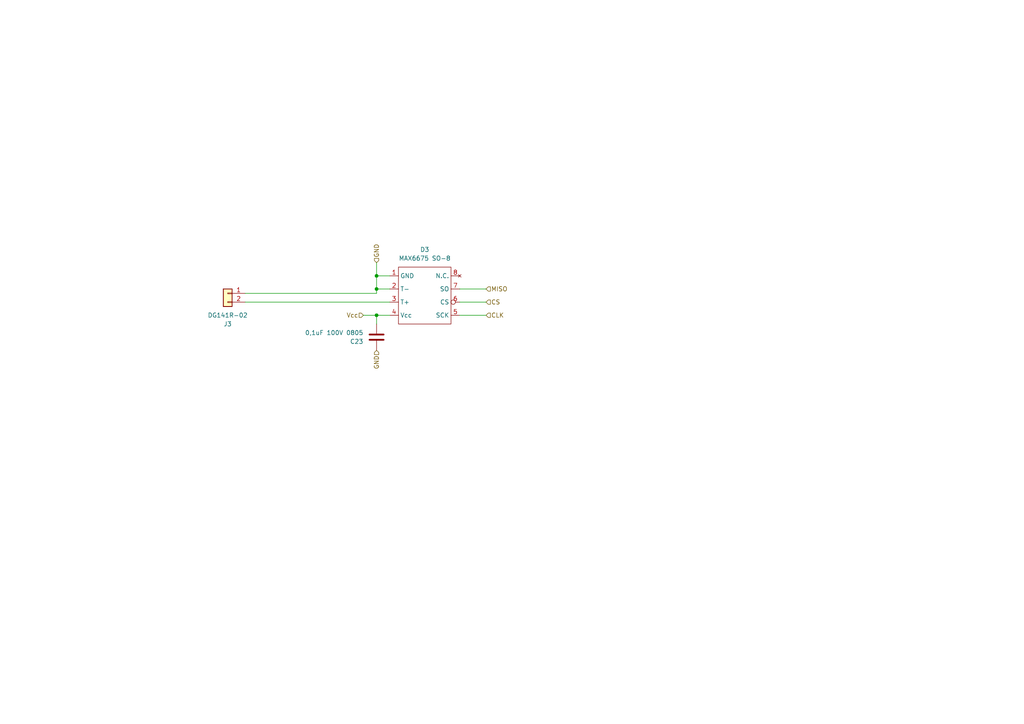
<source format=kicad_sch>
(kicad_sch (version 20230121) (generator eeschema)
  (paper "A4")
  (lib_symbols
    (symbol "Connector_Generic:Conn_01x02" (pin_names (offset 1.016) hide)
      (property "Reference" "J" (at 0 2.54 0))
      (property "Value" "Conn_01x02" (at 0 -5.08 0))
      (symbol "Conn_01x02_1_1"
        (rectangle (start -1.27 -2.413) (end 0 -2.667) (stroke (width 0.1524)))
        (rectangle (start -1.27 0.127) (end 0 -0.127) (stroke (width 0.1524)))
        (rectangle (start -1.27 1.27) (end 1.27 -3.81) (stroke (width 0.254)) (fill (type background)))
        (pin passive line (at -5.08 0 0) (length 3.81) (name "Pin_1") (number "1"))
        (pin passive line (at -5.08 -2.54 0) (length 3.81) (name "Pin_2") (number "2"))
      )
    )
    (symbol "Device:C" (pin_numbers hide) (pin_names (offset 0.254))
      (property "Reference" "C" (at 0.635 2.54 0))
      (property "Value" "C" (at 0.635 -2.54 0))
      (symbol "C_0_1"
        (polyline (pts (xy -2.032 -0.762) (xy 2.032 -0.762)) (stroke (width 0.508)))
        (polyline (pts (xy -2.032 0.762) (xy 2.032 0.762)) (stroke (width 0.508)))
      )
      (symbol "C_1_1"
        (pin passive line (at 0 3.81 270) (length 2.794) (name "~") (number "1"))
        (pin passive line (at 0 -3.81 90) (length 2.794) (name "~") (number "2"))
      )
    )
    (symbol "Sensor_Temperature:MAX6675"
      (property "Reference" "D" (at 0 2.54 0))
      (property "Value" "MAX6675" (at 0 0 0))
      (symbol "MAX6675_0_1"
        (rectangle (start -7.62 -1.27) (end 7.62 -17.78))
      )
      (symbol "MAX6675_1_1"
        (pin input line (at -10.16 -3.81 0) (length 2.54) (name "GND") (number "1"))
        (pin input line (at -10.16 -7.62 0) (length 2.54) (name "T-") (number "2"))
        (pin input line (at -10.16 -11.43 0) (length 2.54) (name "T+") (number "3"))
        (pin input line (at -10.16 -15.24 0) (length 2.54) (name "Vcc") (number "4"))
        (pin input line (at 10.16 -15.24 180) (length 2.54) (name "SCK") (number "5"))
        (pin input inverted (at 10.16 -11.43 180) (length 2.54) (name "CS") (number "6"))
        (pin input line (at 10.16 -7.62 180) (length 2.54) (name "SO") (number "7"))
        (pin no_connect line (at 10.16 -3.81 180) (length 2.54) (name "N.C.") (number "8"))
      )
    )
  )
  (junction (at 109.22 83.82))
  (junction (at 109.22 91.44))
  (junction (at 109.22 80.01))
  (wire (pts (xy 133.35 87.63) (xy 140.97 87.63)))
  (wire (pts (xy 109.22 83.82) (xy 113.03 83.82)))
  (wire (pts (xy 105.41 91.44) (xy 109.22 91.44)))
  (wire (pts (xy 109.22 91.44) (xy 109.22 93.98)))
  (wire (pts (xy 133.35 83.82) (xy 140.97 83.82)))
  (wire (pts (xy 109.22 80.01) (xy 109.22 83.82)))
  (wire (pts (xy 109.22 76.2) (xy 109.22 80.01)))
  (wire (pts (xy 109.22 91.44) (xy 113.03 91.44)))
  (wire (pts (xy 109.22 85.09) (xy 109.22 83.82)))
  (wire (pts (xy 71.12 85.09) (xy 109.22 85.09)))
  (wire (pts (xy 133.35 91.44) (xy 140.97 91.44)))
  (wire (pts (xy 109.22 80.01) (xy 113.03 80.01)))
  (wire (pts (xy 113.03 87.63) (xy 71.12 87.63)))
  (hierarchical_label "CS" (shape input) (at 140.97 87.63 0))
  (hierarchical_label "Vcc" (shape input) (at 105.41 91.44 180))
  (hierarchical_label "GND" (shape input) (at 109.22 101.6 270))
  (hierarchical_label "GND" (shape input) (at 109.22 76.2 90))
  (hierarchical_label "MISO" (shape input) (at 140.97 83.82 0))
  (hierarchical_label "CLK" (shape input) (at 140.97 91.44 0))
  (symbol (lib_id "Device:C") (at 109.22 97.79 180) (unit 1)
    (property "Reference" "C23" (at 105.41 99.06 0) (effects (justify left)))
    (property "Value" "0,1uF 100V 0805" (at 105.41 96.52 0) (effects (justify left)))
    (property "Footprint" "Capacitor_SMD:C_0805_2012Metric_Pad1.18x1.45mm_HandSolder" (effects hide))
    (instances (project "Плата симистров" (path "" (reference "C23") (unit 1)) (path "" (reference "C17") (unit 1)) (path "" (reference "C20") (unit 1)) (path "" (reference "C23") (unit 1)) (path "" (reference "C26") (unit 1))) (project "Доп плата печи" (path "" (reference "C16") (unit 1)) (path "" (reference "C19") (unit 1)) (path "" (reference "C26") (unit 1)) (path "" (reference "C27") (unit 1))))
  )
  (symbol (lib_id "Connector_Generic:Conn_01x02") (at 66.04 85.09 0) (mirror y) (unit 1)
    (property "Reference" "J3" (at 66.04 93.98 0))
    (property "Value" "DG141R-02" (at 66.04 91.44 0))
    (property "Footprint" "Connector:DG141R-02" (effects hide))
    (instances (project "Плата симистров" (path "" (reference "J3") (unit 1))) (project "Доп плата печи" (path "" (reference "J5") (unit 1)) (path "" (reference "J7") (unit 1)) (path "" (reference "J8") (unit 1))))
  )
  (symbol (lib_id "Sensor_Temperature:MAX6675") (at 123.19 76.2 0) (unit 1)
    (property "Reference" "D3" (at 123.19 72.39 0))
    (property "Value" "MAX6675 SO-8" (at 123.19 74.93 0))
    (property "Footprint" "PCM_Package_SO_AKL:SO-8_3.9x4.9mm_P1.27mm" (effects hide))
    (property "Datasheet" "https://www.alldatasheet.com/datasheet-pdf/pdf/73692/MAXIM/MAX6675.html" (effects hide))
    (instances (project "Доп плата печи" (path "" (reference "D3") (unit 1)) (path "" (reference "D4") (unit 1))))
  )
)
</source>
